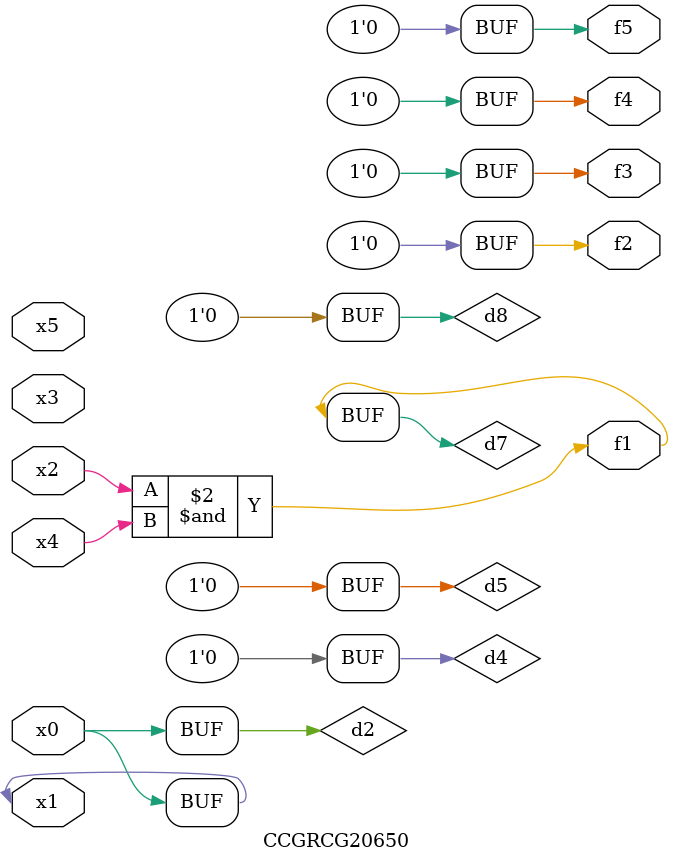
<source format=v>
module CCGRCG20650(
	input x0, x1, x2, x3, x4, x5,
	output f1, f2, f3, f4, f5
);

	wire d1, d2, d3, d4, d5, d6, d7, d8, d9;

	nand (d1, x1);
	buf (d2, x0, x1);
	nand (d3, x2, x4);
	and (d4, d1, d2);
	and (d5, d1, d2);
	nand (d6, d1, d3);
	not (d7, d3);
	xor (d8, d5);
	nor (d9, d5, d6);
	assign f1 = d7;
	assign f2 = d8;
	assign f3 = d8;
	assign f4 = d8;
	assign f5 = d8;
endmodule

</source>
